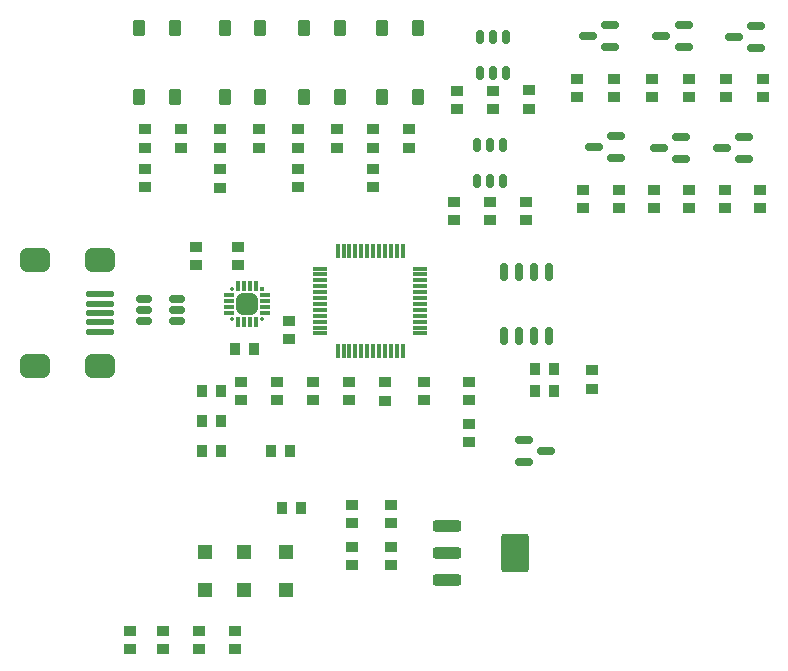
<source format=gtp>
G04*
G04 #@! TF.GenerationSoftware,Altium Limited,Altium Designer,23.3.1 (30)*
G04*
G04 Layer_Color=8421504*
%FSLAX44Y44*%
%MOMM*%
G71*
G04*
G04 #@! TF.SameCoordinates,313F503E-43F4-47E4-83EF-6EFAA7C5E57D*
G04*
G04*
G04 #@! TF.FilePolarity,Positive*
G04*
G01*
G75*
%ADD17R,1.0160X0.9398*%
G04:AMPARAMS|DCode=18|XSize=1.2mm|YSize=0.6mm|CornerRadius=0.15mm|HoleSize=0mm|Usage=FLASHONLY|Rotation=270.000|XOffset=0mm|YOffset=0mm|HoleType=Round|Shape=RoundedRectangle|*
%AMROUNDEDRECTD18*
21,1,1.2000,0.3000,0,0,270.0*
21,1,0.9000,0.6000,0,0,270.0*
1,1,0.3000,-0.1500,-0.4500*
1,1,0.3000,-0.1500,0.4500*
1,1,0.3000,0.1500,0.4500*
1,1,0.3000,0.1500,-0.4500*
%
%ADD18ROUNDEDRECTD18*%
%ADD19R,1.2000X1.2000*%
G04:AMPARAMS|DCode=20|XSize=1.35mm|YSize=1.1mm|CornerRadius=0.275mm|HoleSize=0mm|Usage=FLASHONLY|Rotation=90.000|XOffset=0mm|YOffset=0mm|HoleType=Round|Shape=RoundedRectangle|*
%AMROUNDEDRECTD20*
21,1,1.3500,0.5500,0,0,90.0*
21,1,0.8000,1.1000,0,0,90.0*
1,1,0.5500,0.2750,0.4000*
1,1,0.5500,0.2750,-0.4000*
1,1,0.5500,-0.2750,-0.4000*
1,1,0.5500,-0.2750,0.4000*
%
%ADD20ROUNDEDRECTD20*%
G04:AMPARAMS|DCode=21|XSize=3.3mm|YSize=2.4mm|CornerRadius=0.36mm|HoleSize=0mm|Usage=FLASHONLY|Rotation=90.000|XOffset=0mm|YOffset=0mm|HoleType=Round|Shape=RoundedRectangle|*
%AMROUNDEDRECTD21*
21,1,3.3000,1.6800,0,0,90.0*
21,1,2.5800,2.4000,0,0,90.0*
1,1,0.7200,0.8400,1.2900*
1,1,0.7200,0.8400,-1.2900*
1,1,0.7200,-0.8400,-1.2900*
1,1,0.7200,-0.8400,1.2900*
%
%ADD21ROUNDEDRECTD21*%
G04:AMPARAMS|DCode=22|XSize=1mm|YSize=2.4mm|CornerRadius=0.25mm|HoleSize=0mm|Usage=FLASHONLY|Rotation=90.000|XOffset=0mm|YOffset=0mm|HoleType=Round|Shape=RoundedRectangle|*
%AMROUNDEDRECTD22*
21,1,1.0000,1.9000,0,0,90.0*
21,1,0.5000,2.4000,0,0,90.0*
1,1,0.5000,0.9500,0.2500*
1,1,0.5000,0.9500,-0.2500*
1,1,0.5000,-0.9500,-0.2500*
1,1,0.5000,-0.9500,0.2500*
%
%ADD22ROUNDEDRECTD22*%
%ADD23R,0.3048X1.1938*%
%ADD24R,1.1938X0.3048*%
%ADD25R,0.9398X1.0160*%
G04:AMPARAMS|DCode=26|XSize=0.6mm|YSize=1.5mm|CornerRadius=0.15mm|HoleSize=0mm|Usage=FLASHONLY|Rotation=270.000|XOffset=0mm|YOffset=0mm|HoleType=Round|Shape=RoundedRectangle|*
%AMROUNDEDRECTD26*
21,1,0.6000,1.2000,0,0,270.0*
21,1,0.3000,1.5000,0,0,270.0*
1,1,0.3000,-0.6000,-0.1500*
1,1,0.3000,-0.6000,0.1500*
1,1,0.3000,0.6000,0.1500*
1,1,0.3000,0.6000,-0.1500*
%
%ADD26ROUNDEDRECTD26*%
G04:AMPARAMS|DCode=27|XSize=0.6mm|YSize=1.45mm|CornerRadius=0.15mm|HoleSize=0mm|Usage=FLASHONLY|Rotation=0.000|XOffset=0mm|YOffset=0mm|HoleType=Round|Shape=RoundedRectangle|*
%AMROUNDEDRECTD27*
21,1,0.6000,1.1500,0,0,0.0*
21,1,0.3000,1.4500,0,0,0.0*
1,1,0.3000,0.1500,-0.5750*
1,1,0.3000,-0.1500,-0.5750*
1,1,0.3000,-0.1500,0.5750*
1,1,0.3000,0.1500,0.5750*
%
%ADD27ROUNDEDRECTD27*%
G04:AMPARAMS|DCode=28|XSize=0.65mm|YSize=1.3mm|CornerRadius=0.1625mm|HoleSize=0mm|Usage=FLASHONLY|Rotation=90.000|XOffset=0mm|YOffset=0mm|HoleType=Round|Shape=RoundedRectangle|*
%AMROUNDEDRECTD28*
21,1,0.6500,0.9750,0,0,90.0*
21,1,0.3250,1.3000,0,0,90.0*
1,1,0.3250,0.4875,0.1625*
1,1,0.3250,0.4875,-0.1625*
1,1,0.3250,-0.4875,-0.1625*
1,1,0.3250,-0.4875,0.1625*
%
%ADD28ROUNDEDRECTD28*%
G04:AMPARAMS|DCode=29|XSize=2.3mm|YSize=0.5mm|CornerRadius=0.125mm|HoleSize=0mm|Usage=FLASHONLY|Rotation=0.000|XOffset=0mm|YOffset=0mm|HoleType=Round|Shape=RoundedRectangle|*
%AMROUNDEDRECTD29*
21,1,2.3000,0.2500,0,0,0.0*
21,1,2.0500,0.5000,0,0,0.0*
1,1,0.2500,1.0250,-0.1250*
1,1,0.2500,-1.0250,-0.1250*
1,1,0.2500,-1.0250,0.1250*
1,1,0.2500,1.0250,0.1250*
%
%ADD29ROUNDEDRECTD29*%
G04:AMPARAMS|DCode=30|XSize=2.5mm|YSize=2mm|CornerRadius=0.5mm|HoleSize=0mm|Usage=FLASHONLY|Rotation=0.000|XOffset=0mm|YOffset=0mm|HoleType=Round|Shape=RoundedRectangle|*
%AMROUNDEDRECTD30*
21,1,2.5000,1.0000,0,0,0.0*
21,1,1.5000,2.0000,0,0,0.0*
1,1,1.0000,0.7500,-0.5000*
1,1,1.0000,-0.7500,-0.5000*
1,1,1.0000,-0.7500,0.5000*
1,1,1.0000,0.7500,0.5000*
%
%ADD30ROUNDEDRECTD30*%
G04:AMPARAMS|DCode=31|XSize=0.9mm|YSize=0.3mm|CornerRadius=0.075mm|HoleSize=0mm|Usage=FLASHONLY|Rotation=0.000|XOffset=0mm|YOffset=0mm|HoleType=Round|Shape=RoundedRectangle|*
%AMROUNDEDRECTD31*
21,1,0.9000,0.1500,0,0,0.0*
21,1,0.7500,0.3000,0,0,0.0*
1,1,0.1500,0.3750,-0.0750*
1,1,0.1500,-0.3750,-0.0750*
1,1,0.1500,-0.3750,0.0750*
1,1,0.1500,0.3750,0.0750*
%
%ADD31ROUNDEDRECTD31*%
G04:AMPARAMS|DCode=32|XSize=0.9mm|YSize=0.3mm|CornerRadius=0.075mm|HoleSize=0mm|Usage=FLASHONLY|Rotation=90.000|XOffset=0mm|YOffset=0mm|HoleType=Round|Shape=RoundedRectangle|*
%AMROUNDEDRECTD32*
21,1,0.9000,0.1500,0,0,90.0*
21,1,0.7500,0.3000,0,0,90.0*
1,1,0.1500,0.0750,0.3750*
1,1,0.1500,0.0750,-0.3750*
1,1,0.1500,-0.0750,-0.3750*
1,1,0.1500,-0.0750,0.3750*
%
%ADD32ROUNDEDRECTD32*%
G04:AMPARAMS|DCode=33|XSize=0.3mm|YSize=0.3mm|CornerRadius=0.075mm|HoleSize=0mm|Usage=FLASHONLY|Rotation=0.000|XOffset=0mm|YOffset=0mm|HoleType=Round|Shape=RoundedRectangle|*
%AMROUNDEDRECTD33*
21,1,0.3000,0.1500,0,0,0.0*
21,1,0.1500,0.3000,0,0,0.0*
1,1,0.1500,0.0750,-0.0750*
1,1,0.1500,-0.0750,-0.0750*
1,1,0.1500,-0.0750,0.0750*
1,1,0.1500,0.0750,0.0750*
%
%ADD33ROUNDEDRECTD33*%
%ADD34R,0.3000X0.3000*%
G04:AMPARAMS|DCode=35|XSize=1.8mm|YSize=1.8mm|CornerRadius=0.45mm|HoleSize=0mm|Usage=FLASHONLY|Rotation=0.000|XOffset=0mm|YOffset=0mm|HoleType=Round|Shape=RoundedRectangle|*
%AMROUNDEDRECTD35*
21,1,1.8000,0.9000,0,0,0.0*
21,1,0.9000,1.8000,0,0,0.0*
1,1,0.9000,0.4500,-0.4500*
1,1,0.9000,-0.4500,-0.4500*
1,1,0.9000,-0.4500,0.4500*
1,1,0.9000,0.4500,0.4500*
%
%ADD35ROUNDEDRECTD35*%
D17*
X459740Y471551D02*
D03*
Y455549D02*
D03*
X429260Y471551D02*
D03*
Y455549D02*
D03*
X398780Y471551D02*
D03*
Y455549D02*
D03*
X401320Y565531D02*
D03*
Y549529D02*
D03*
X462280Y565912D02*
D03*
Y549910D02*
D03*
X431800Y565531D02*
D03*
Y549529D02*
D03*
X515620Y328930D02*
D03*
Y312928D02*
D03*
X259080Y370840D02*
D03*
Y354838D02*
D03*
X657860Y481711D02*
D03*
Y465709D02*
D03*
X627888Y481711D02*
D03*
Y465709D02*
D03*
X597916Y481711D02*
D03*
Y465709D02*
D03*
X567944Y481711D02*
D03*
Y465709D02*
D03*
X537972Y481711D02*
D03*
Y465709D02*
D03*
X508000Y481711D02*
D03*
Y465709D02*
D03*
X660400Y575691D02*
D03*
Y559689D02*
D03*
X628904Y575691D02*
D03*
Y559689D02*
D03*
X597408Y575691D02*
D03*
Y559689D02*
D03*
X565912Y575691D02*
D03*
Y559689D02*
D03*
X534416D02*
D03*
Y575691D02*
D03*
X502920Y559689D02*
D03*
Y575691D02*
D03*
X266700Y483489D02*
D03*
Y499491D02*
D03*
X330200Y483489D02*
D03*
Y499491D02*
D03*
X200660Y483108D02*
D03*
Y499110D02*
D03*
X137160Y483489D02*
D03*
Y499491D02*
D03*
X330200Y516890D02*
D03*
Y532892D02*
D03*
X360680D02*
D03*
Y516890D02*
D03*
X299720Y532892D02*
D03*
Y516890D02*
D03*
X266700D02*
D03*
Y532892D02*
D03*
X167640D02*
D03*
Y516890D02*
D03*
X200660D02*
D03*
Y532892D02*
D03*
X233680D02*
D03*
Y516890D02*
D03*
X137160D02*
D03*
Y532892D02*
D03*
X312420Y199009D02*
D03*
Y215011D02*
D03*
X345440Y199009D02*
D03*
Y215011D02*
D03*
X312420Y163449D02*
D03*
Y179451D02*
D03*
X345440Y163449D02*
D03*
Y179451D02*
D03*
X124460Y108331D02*
D03*
Y92329D02*
D03*
X152400Y108331D02*
D03*
Y92329D02*
D03*
X213360Y108331D02*
D03*
Y92329D02*
D03*
X182880Y108331D02*
D03*
Y92329D02*
D03*
X411480Y267589D02*
D03*
Y283591D02*
D03*
X218440Y303149D02*
D03*
Y319151D02*
D03*
X248920Y303149D02*
D03*
Y319151D02*
D03*
X279400Y303149D02*
D03*
Y319151D02*
D03*
X309880Y303149D02*
D03*
Y319151D02*
D03*
X411480D02*
D03*
Y303149D02*
D03*
X373380D02*
D03*
Y319151D02*
D03*
X340360Y302768D02*
D03*
Y318770D02*
D03*
X215900Y433451D02*
D03*
Y417449D02*
D03*
X180340Y433451D02*
D03*
Y417449D02*
D03*
D18*
X440260Y489190D02*
D03*
X429260D02*
D03*
X418260D02*
D03*
Y519190D02*
D03*
X429260D02*
D03*
X440260D02*
D03*
X442800Y580630D02*
D03*
X431800D02*
D03*
X420800D02*
D03*
Y610630D02*
D03*
X431800D02*
D03*
X442800D02*
D03*
D19*
X256540Y142750D02*
D03*
Y174750D02*
D03*
X220980Y142750D02*
D03*
Y174750D02*
D03*
X187960Y142750D02*
D03*
Y174750D02*
D03*
D20*
X338060Y560030D02*
D03*
Y618530D02*
D03*
X368060Y560030D02*
D03*
Y618530D02*
D03*
X272020Y560030D02*
D03*
Y618530D02*
D03*
X302020Y560030D02*
D03*
Y618530D02*
D03*
X204710Y560030D02*
D03*
Y618530D02*
D03*
X234710Y560030D02*
D03*
Y618530D02*
D03*
X132320Y560030D02*
D03*
Y618530D02*
D03*
X162320Y560030D02*
D03*
Y618530D02*
D03*
D21*
X450640Y173990D02*
D03*
D22*
X392640Y150990D02*
D03*
Y173990D02*
D03*
Y196990D02*
D03*
D23*
X300160Y344850D02*
D03*
X305160D02*
D03*
X310160D02*
D03*
X315160D02*
D03*
X320160D02*
D03*
X325160D02*
D03*
X330160D02*
D03*
X335160D02*
D03*
X340160D02*
D03*
X345160D02*
D03*
X350160D02*
D03*
X355160D02*
D03*
Y429850D02*
D03*
X350160D02*
D03*
X345160D02*
D03*
X340160D02*
D03*
X335160D02*
D03*
X330160D02*
D03*
X325160D02*
D03*
X320160D02*
D03*
X315160D02*
D03*
X310160D02*
D03*
X305160D02*
D03*
X300160D02*
D03*
D24*
X370160Y359850D02*
D03*
Y364850D02*
D03*
Y369850D02*
D03*
Y374850D02*
D03*
Y379850D02*
D03*
Y384850D02*
D03*
Y389850D02*
D03*
Y394850D02*
D03*
Y399850D02*
D03*
Y404850D02*
D03*
Y409850D02*
D03*
Y414850D02*
D03*
X285160D02*
D03*
Y409850D02*
D03*
Y404850D02*
D03*
Y399850D02*
D03*
Y394850D02*
D03*
Y389850D02*
D03*
Y384850D02*
D03*
Y379850D02*
D03*
Y374850D02*
D03*
Y369850D02*
D03*
Y364850D02*
D03*
Y359850D02*
D03*
D25*
X482981Y311150D02*
D03*
X466979D02*
D03*
X482981Y330200D02*
D03*
X466979D02*
D03*
X269240Y212090D02*
D03*
X253238D02*
D03*
X243459Y260350D02*
D03*
X259461D02*
D03*
X185039D02*
D03*
X201041D02*
D03*
X185039Y285750D02*
D03*
X201041D02*
D03*
X185039Y311150D02*
D03*
X201041D02*
D03*
X228981Y346710D02*
D03*
X212979D02*
D03*
D26*
X530860Y602030D02*
D03*
Y621030D02*
D03*
X511860Y611530D02*
D03*
X516940Y517550D02*
D03*
X535940Y527050D02*
D03*
Y508050D02*
D03*
X625500Y516890D02*
D03*
X644500Y526390D02*
D03*
Y507390D02*
D03*
X572160Y516890D02*
D03*
X591160Y526390D02*
D03*
Y507390D02*
D03*
X635660Y610870D02*
D03*
X654660Y620370D02*
D03*
Y601370D02*
D03*
X574065Y611530D02*
D03*
X593065Y621030D02*
D03*
Y602030D02*
D03*
X476860Y260350D02*
D03*
X457860Y250850D02*
D03*
Y269850D02*
D03*
D27*
X440690Y357560D02*
D03*
X453390D02*
D03*
X466090D02*
D03*
X478790D02*
D03*
X440690Y412060D02*
D03*
X453390D02*
D03*
X466090D02*
D03*
X478790D02*
D03*
D28*
X135860Y389230D02*
D03*
Y379730D02*
D03*
Y370230D02*
D03*
X163860D02*
D03*
Y389230D02*
D03*
Y379732D02*
D03*
D29*
X98620Y377190D02*
D03*
Y385190D02*
D03*
Y369190D02*
D03*
Y393190D02*
D03*
Y361190D02*
D03*
D30*
X43620Y332690D02*
D03*
Y421690D02*
D03*
X98620D02*
D03*
Y332690D02*
D03*
D31*
X208020Y392310D02*
D03*
Y387310D02*
D03*
Y382310D02*
D03*
Y377310D02*
D03*
X239020D02*
D03*
Y382310D02*
D03*
Y387310D02*
D03*
Y392310D02*
D03*
D32*
X231020Y369310D02*
D03*
X226020D02*
D03*
X221020D02*
D03*
X216020D02*
D03*
Y400310D02*
D03*
X221020D02*
D03*
X226020D02*
D03*
X231020D02*
D03*
D33*
X211020Y397310D02*
D03*
X236020Y372310D02*
D03*
X211020D02*
D03*
D34*
X236020Y397310D02*
D03*
D35*
X223520Y384810D02*
D03*
M02*

</source>
